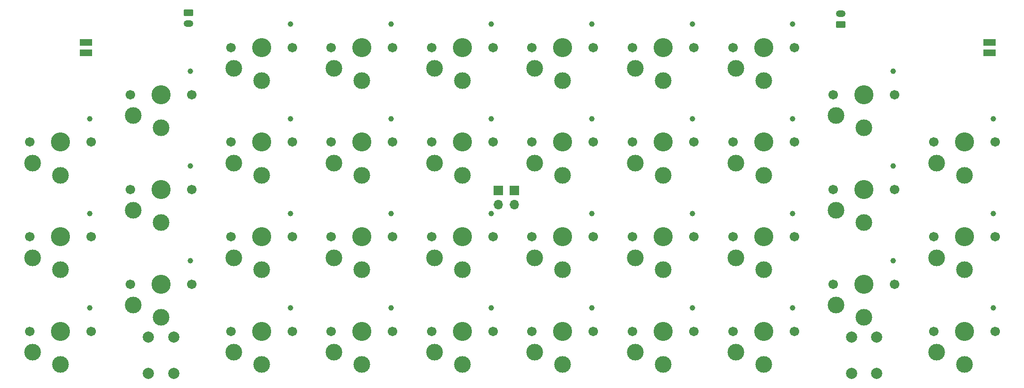
<source format=gbr>
%TF.GenerationSoftware,KiCad,Pcbnew,7.0.2-0*%
%TF.CreationDate,2024-11-09T14:05:59-05:00*%
%TF.ProjectId,PCB,5043422e-6b69-4636-9164-5f7063625858,rev?*%
%TF.SameCoordinates,Original*%
%TF.FileFunction,Soldermask,Top*%
%TF.FilePolarity,Negative*%
%FSLAX46Y46*%
G04 Gerber Fmt 4.6, Leading zero omitted, Abs format (unit mm)*
G04 Created by KiCad (PCBNEW 7.0.2-0) date 2024-11-09 14:05:59*
%MOMM*%
%LPD*%
G01*
G04 APERTURE LIST*
G04 Aperture macros list*
%AMRoundRect*
0 Rectangle with rounded corners*
0 $1 Rounding radius*
0 $2 $3 $4 $5 $6 $7 $8 $9 X,Y pos of 4 corners*
0 Add a 4 corners polygon primitive as box body*
4,1,4,$2,$3,$4,$5,$6,$7,$8,$9,$2,$3,0*
0 Add four circle primitives for the rounded corners*
1,1,$1+$1,$2,$3*
1,1,$1+$1,$4,$5*
1,1,$1+$1,$6,$7*
1,1,$1+$1,$8,$9*
0 Add four rect primitives between the rounded corners*
20,1,$1+$1,$2,$3,$4,$5,0*
20,1,$1+$1,$4,$5,$6,$7,0*
20,1,$1+$1,$6,$7,$8,$9,0*
20,1,$1+$1,$8,$9,$2,$3,0*%
G04 Aperture macros list end*
%ADD10C,1.701800*%
%ADD11C,3.000000*%
%ADD12C,3.429000*%
%ADD13C,0.990600*%
%ADD14C,2.000000*%
%ADD15R,1.700000X1.700000*%
%ADD16O,1.700000X1.700000*%
%ADD17RoundRect,0.250000X0.625000X-0.350000X0.625000X0.350000X-0.625000X0.350000X-0.625000X-0.350000X0*%
%ADD18O,1.750000X1.200000*%
%ADD19R,2.300000X1.300000*%
%ADD20RoundRect,0.250000X-0.625000X0.350000X-0.625000X-0.350000X0.625000X-0.350000X0.625000X0.350000X0*%
G04 APERTURE END LIST*
D10*
%TO.C,MX12*%
X48500000Y-76494000D03*
D11*
X49000000Y-80244000D03*
D12*
X54000000Y-76494000D03*
D11*
X54000000Y-82444000D03*
D13*
X59220000Y-72294000D03*
D10*
X59500000Y-76494000D03*
%TD*%
%TO.C,MX6*%
X30500000Y-68000000D03*
D11*
X31000000Y-71750000D03*
D12*
X36000000Y-68000000D03*
D11*
X36000000Y-73950000D03*
D13*
X41220000Y-63800000D03*
D10*
X41500000Y-68000000D03*
%TD*%
%TO.C,MX15*%
X102500000Y-68000000D03*
D11*
X103000000Y-71750000D03*
D12*
X108000000Y-68000000D03*
D11*
X108000000Y-73950000D03*
D13*
X113220000Y-63800000D03*
D10*
X113500000Y-68000000D03*
%TD*%
%TO.C,MX31*%
X174500000Y-76500000D03*
D11*
X175000000Y-80250000D03*
D12*
X180000000Y-76500000D03*
D11*
X180000000Y-82450000D03*
D13*
X185220000Y-72300000D03*
D10*
X185500000Y-76500000D03*
%TD*%
%TO.C,MX27*%
X156500000Y-51000000D03*
D11*
X157000000Y-54750000D03*
D12*
X162000000Y-51000000D03*
D11*
X162000000Y-56950000D03*
D13*
X167220000Y-46800000D03*
D10*
X167500000Y-51000000D03*
%TD*%
%TO.C,MX5*%
X102500000Y-34000000D03*
D11*
X103000000Y-37750000D03*
D12*
X108000000Y-34000000D03*
D11*
X108000000Y-39950000D03*
D13*
X113220000Y-29800000D03*
D10*
X113500000Y-34000000D03*
%TD*%
%TO.C,MX11*%
X30500000Y-85000000D03*
D11*
X31000000Y-88750000D03*
D12*
X36000000Y-85000000D03*
D11*
X36000000Y-90950000D03*
D13*
X41220000Y-80800000D03*
D10*
X41500000Y-85000000D03*
%TD*%
D14*
%TO.C,MX19*%
X51750000Y-92500000D03*
X51750000Y-86000000D03*
X56250000Y-92500000D03*
X56250000Y-86000000D03*
%TD*%
D10*
%TO.C,MX29*%
X120500000Y-51000000D03*
D11*
X121000000Y-54750000D03*
D12*
X126000000Y-51000000D03*
D11*
X126000000Y-56950000D03*
D13*
X131220000Y-46800000D03*
D10*
X131500000Y-51000000D03*
%TD*%
%TO.C,MX16*%
X66500000Y-85000000D03*
D11*
X67000000Y-88750000D03*
D12*
X72000000Y-85000000D03*
D11*
X72000000Y-90950000D03*
D13*
X77220000Y-80800000D03*
D10*
X77500000Y-85000000D03*
%TD*%
D14*
%TO.C,MX38*%
X182250000Y-86000000D03*
X182250000Y-92500000D03*
X177750000Y-86000000D03*
X177750000Y-92500000D03*
%TD*%
D10*
%TO.C,MX2*%
X48500000Y-42500000D03*
D11*
X49000000Y-46250000D03*
D12*
X54000000Y-42500000D03*
D11*
X54000000Y-48450000D03*
D13*
X59220000Y-38300000D03*
D10*
X59500000Y-42500000D03*
%TD*%
%TO.C,MX10*%
X102500000Y-51000000D03*
D11*
X103000000Y-54750000D03*
D12*
X108000000Y-51000000D03*
D11*
X108000000Y-56950000D03*
D13*
X113220000Y-46800000D03*
D10*
X113500000Y-51000000D03*
%TD*%
D15*
%TO.C,J3*%
X114450000Y-59725000D03*
D16*
X114450000Y-62265000D03*
%TD*%
D10*
%TO.C,MX30*%
X192500000Y-85000000D03*
D11*
X193000000Y-88750000D03*
D12*
X198000000Y-85000000D03*
D11*
X198000000Y-90950000D03*
D13*
X203220000Y-80800000D03*
D10*
X203500000Y-85000000D03*
%TD*%
%TO.C,MX34*%
X120500000Y-68000000D03*
D11*
X121000000Y-71750000D03*
D12*
X126000000Y-68000000D03*
D11*
X126000000Y-73950000D03*
D13*
X131220000Y-63800000D03*
D10*
X131500000Y-68000000D03*
%TD*%
%TO.C,MX3*%
X66500000Y-34000000D03*
D11*
X67000000Y-37750000D03*
D12*
X72000000Y-34000000D03*
D11*
X72000000Y-39950000D03*
D13*
X77220000Y-29800000D03*
D10*
X77500000Y-34000000D03*
%TD*%
%TO.C,MX21*%
X174500000Y-42500000D03*
D11*
X175000000Y-46250000D03*
D12*
X180000000Y-42500000D03*
D11*
X180000000Y-48450000D03*
D13*
X185220000Y-38300000D03*
D10*
X185500000Y-42500000D03*
%TD*%
%TO.C,MX20*%
X192500000Y-51000000D03*
D11*
X193000000Y-54750000D03*
D12*
X198000000Y-51000000D03*
D11*
X198000000Y-56950000D03*
D13*
X203220000Y-46800000D03*
D10*
X203500000Y-51000000D03*
%TD*%
%TO.C,MX7*%
X48500000Y-59500000D03*
D11*
X49000000Y-63250000D03*
D12*
X54000000Y-59500000D03*
D11*
X54000000Y-65450000D03*
D13*
X59220000Y-55300000D03*
D10*
X59500000Y-59500000D03*
%TD*%
%TO.C,MX32*%
X156500000Y-68000000D03*
D11*
X157000000Y-71750000D03*
D12*
X162000000Y-68000000D03*
D11*
X162000000Y-73950000D03*
D13*
X167220000Y-63800000D03*
D10*
X167500000Y-68000000D03*
%TD*%
%TO.C,MX13*%
X66500000Y-68000000D03*
D11*
X67000000Y-71750000D03*
D12*
X72000000Y-68000000D03*
D11*
X72000000Y-73950000D03*
D13*
X77220000Y-63800000D03*
D10*
X77500000Y-68000000D03*
%TD*%
%TO.C,MX35*%
X156500000Y-85000000D03*
D11*
X157000000Y-88750000D03*
D12*
X162000000Y-85000000D03*
D11*
X162000000Y-90950000D03*
D13*
X167220000Y-80800000D03*
D10*
X167500000Y-85000000D03*
%TD*%
%TO.C,MX33*%
X138500000Y-68000000D03*
D11*
X139000000Y-71750000D03*
D12*
X144000000Y-68000000D03*
D11*
X144000000Y-73950000D03*
D13*
X149220000Y-63800000D03*
D10*
X149500000Y-68000000D03*
%TD*%
%TO.C,MX25*%
X192500000Y-68000000D03*
D11*
X193000000Y-71750000D03*
D12*
X198000000Y-68000000D03*
D11*
X198000000Y-73950000D03*
D13*
X203220000Y-63800000D03*
D10*
X203500000Y-68000000D03*
%TD*%
%TO.C,MX14*%
X84500000Y-68000000D03*
D11*
X85000000Y-71750000D03*
D12*
X90000000Y-68000000D03*
D11*
X90000000Y-73950000D03*
D13*
X95220000Y-63800000D03*
D10*
X95500000Y-68000000D03*
%TD*%
%TO.C,MX1*%
X30500000Y-51000000D03*
D11*
X31000000Y-54750000D03*
D12*
X36000000Y-51000000D03*
D11*
X36000000Y-56950000D03*
D13*
X41220000Y-46800000D03*
D10*
X41500000Y-51000000D03*
%TD*%
%TO.C,MX8*%
X66500000Y-51000000D03*
D11*
X67000000Y-54750000D03*
D12*
X72000000Y-51000000D03*
D11*
X72000000Y-56950000D03*
D13*
X77220000Y-46800000D03*
D10*
X77500000Y-51000000D03*
%TD*%
%TO.C,MX37*%
X120500000Y-85000000D03*
D11*
X121000000Y-88750000D03*
D12*
X126000000Y-85000000D03*
D11*
X126000000Y-90950000D03*
D13*
X131220000Y-80800000D03*
D10*
X131500000Y-85000000D03*
%TD*%
%TO.C,MX28*%
X138500000Y-51000000D03*
D11*
X139000000Y-54750000D03*
D12*
X144000000Y-51000000D03*
D11*
X144000000Y-56950000D03*
D13*
X149220000Y-46800000D03*
D10*
X149500000Y-51000000D03*
%TD*%
%TO.C,MX9*%
X84500000Y-51000000D03*
D11*
X85000000Y-54750000D03*
D12*
X90000000Y-51000000D03*
D11*
X90000000Y-56950000D03*
D13*
X95220000Y-46800000D03*
D10*
X95500000Y-51000000D03*
%TD*%
%TO.C,MX23*%
X138500000Y-34000000D03*
D11*
X139000000Y-37750000D03*
D12*
X144000000Y-34000000D03*
D11*
X144000000Y-39950000D03*
D13*
X149220000Y-29800000D03*
D10*
X149500000Y-34000000D03*
%TD*%
%TO.C,MX36*%
X138500000Y-85000000D03*
D11*
X139000000Y-88750000D03*
D12*
X144000000Y-85000000D03*
D11*
X144000000Y-90950000D03*
D13*
X149220000Y-80800000D03*
D10*
X149500000Y-85000000D03*
%TD*%
%TO.C,MX17*%
X84500000Y-85000000D03*
D11*
X85000000Y-88750000D03*
D12*
X90000000Y-85000000D03*
D11*
X90000000Y-90950000D03*
D13*
X95220000Y-80800000D03*
D10*
X95500000Y-85000000D03*
%TD*%
%TO.C,MX18*%
X102500000Y-85000000D03*
D11*
X103000000Y-88750000D03*
D12*
X108000000Y-85000000D03*
D11*
X108000000Y-90950000D03*
D13*
X113220000Y-80800000D03*
D10*
X113500000Y-85000000D03*
%TD*%
%TO.C,MX4*%
X84500000Y-34000000D03*
D11*
X85000000Y-37750000D03*
D12*
X90000000Y-34000000D03*
D11*
X90000000Y-39950000D03*
D13*
X95220000Y-29800000D03*
D10*
X95500000Y-34000000D03*
%TD*%
%TO.C,MX24*%
X120500000Y-34000000D03*
D11*
X121000000Y-37750000D03*
D12*
X126000000Y-34000000D03*
D11*
X126000000Y-39950000D03*
D13*
X131220000Y-29800000D03*
D10*
X131500000Y-34000000D03*
%TD*%
%TO.C,MX22*%
X156500000Y-34000000D03*
D11*
X157000000Y-37750000D03*
D12*
X162000000Y-34000000D03*
D11*
X162000000Y-39950000D03*
D13*
X167220000Y-29800000D03*
D10*
X167500000Y-34000000D03*
%TD*%
%TO.C,MX26*%
X174500000Y-59500000D03*
D11*
X175000000Y-63250000D03*
D12*
X180000000Y-59500000D03*
D11*
X180000000Y-65450000D03*
D13*
X185220000Y-55300000D03*
D10*
X185500000Y-59500000D03*
%TD*%
D15*
%TO.C,J4*%
X117300000Y-59725000D03*
D16*
X117300000Y-62265000D03*
%TD*%
D17*
%TO.C,J2*%
X175800000Y-29900000D03*
D18*
X175800000Y-27900000D03*
%TD*%
D19*
%TO.C,U2*%
X40500000Y-33095000D03*
X40500000Y-34995000D03*
%TD*%
%TO.C,U4*%
X202500000Y-33095000D03*
X202500000Y-34995000D03*
%TD*%
D20*
%TO.C,J1*%
X58950000Y-27750000D03*
D18*
X58950000Y-29750000D03*
%TD*%
M02*

</source>
